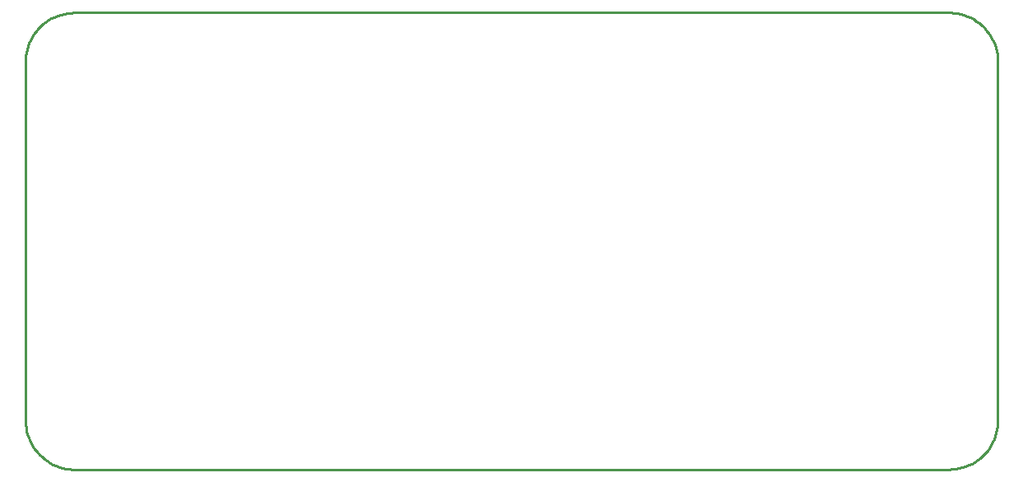
<source format=gko>
%FSTAX24Y24*%
%MOIN*%
%SFA1B1*%

%IPPOS*%
%ADD30C,0.010000*%
%LNsensorplatformv3-1*%
%LPD*%
G54D30*
X001969Y018504D02*
D01*
X001831Y018499*
X001694Y018484*
X001559Y01846*
X001426Y018427*
X001295Y018385*
X001168Y018333*
X001044Y018273*
X000925Y018204*
X000811Y018127*
X000703Y018043*
X000601Y017951*
X000505Y017852*
X000417Y017747*
X000336Y017636*
X000263Y017519*
X000199Y017398*
X000143Y017272*
X000096Y017143*
X000058Y017011*
X000029Y016876*
X00001Y01674*
X000001Y016603*
X0Y016535*
X03937D02*
D01*
X039365Y016672*
X03935Y016809*
X039326Y016944*
X039293Y017077*
X039251Y017208*
X039199Y017335*
X039139Y017459*
X03907Y017578*
X038993Y017692*
X038909Y0178*
X038817Y017902*
X038718Y017998*
X038613Y018086*
X038502Y018167*
X038385Y01824*
X038264Y018304*
X038138Y01836*
X038009Y018407*
X037877Y018445*
X037742Y018474*
X037606Y018493*
X037469Y018502*
X037402Y018504*
Y0D02*
D01*
X037539Y000004*
X037676Y000019*
X037811Y000043*
X037944Y000076*
X038075Y000118*
X038202Y00017*
X038326Y00023*
X038445Y000299*
X038559Y000376*
X038667Y00046*
X038769Y000552*
X038865Y000651*
X038953Y000756*
X039034Y000867*
X039107Y000984*
X039171Y001105*
X039227Y001231*
X039274Y00136*
X039312Y001492*
X039341Y001627*
X03936Y001763*
X039369Y0019*
X03937Y001969*
X0D02*
D01*
X000004Y001831*
X000019Y001694*
X000043Y001559*
X000076Y001426*
X000118Y001295*
X00017Y001168*
X00023Y001044*
X000299Y000925*
X000376Y000811*
X00046Y000703*
X000552Y000601*
X000651Y000505*
X000756Y000417*
X000867Y000336*
X000984Y000263*
X001105Y000199*
X001231Y000143*
X00136Y000096*
X001492Y000058*
X001627Y000029*
X001763Y00001*
X0019Y000001*
X001969Y0*
X0Y001969D02*
Y016535D01*
X001969Y018504D02*
X037402D01*
X03937Y001969D02*
Y016535D01*
X001969Y0D02*
X037402D01*
M02*
</source>
